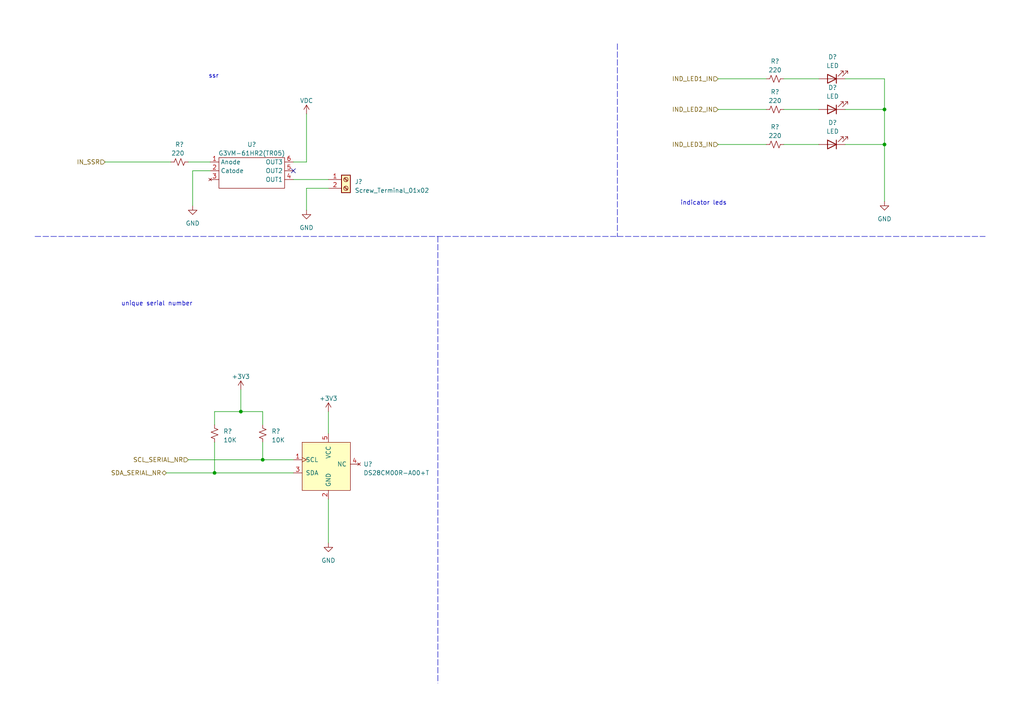
<source format=kicad_sch>
(kicad_sch (version 20210126) (generator eeschema)
  (paper "A4")
  (title_block (title "Asset tracker") (date "2021-04-22") (rev "V0") (company "eurocircutis"))
  (lib_symbols
    (symbol "Connector:Screw_Terminal_01x02" (pin_names (offset 1.016) hide)
      (property "Reference" "J" (at 0 2.54 0))
      (property "Value" "Screw_Terminal_01x02" (at 0 -5.08 0))
      (symbol "Screw_Terminal_01x02_1_1"
        (circle (center 0 -2.54) (radius 0.635) (stroke (width 0.1524)))
        (circle (center 0 0) (radius 0.635) (stroke (width 0.1524)))
        (rectangle (start -1.27 1.27) (end 1.27 -3.81) (stroke (width 0.254)) (fill (type background)))
        (polyline (pts (xy -0.5334 -2.2098) (xy 0.3302 -3.048)) (stroke (width 0.1524)))
        (polyline (pts (xy -0.5334 0.3302) (xy 0.3302 -0.508)) (stroke (width 0.1524)))
        (polyline (pts (xy -0.3556 -2.032) (xy 0.508 -2.8702)) (stroke (width 0.1524)))
        (polyline (pts (xy -0.3556 0.508) (xy 0.508 -0.3302)) (stroke (width 0.1524)))
        (pin passive line (at -5.08 0 0) (length 3.81) (name "Pin_1") (number "1"))
        (pin passive line (at -5.08 -2.54 0) (length 3.81) (name "Pin_2") (number "2"))
      )
    )
    (symbol "Device:LED" (pin_numbers hide) (pin_names (offset 1.016) hide)
      (property "Reference" "D" (at 0 2.54 0))
      (property "Value" "LED" (at 0 -2.54 0))
      (symbol "LED_0_1"
        (polyline (pts (xy -1.27 -1.27) (xy -1.27 1.27)) (stroke (width 0.254)))
        (polyline (pts (xy -1.27 0) (xy 1.27 0)))
        (polyline (pts (xy 1.27 -1.27) (xy 1.27 1.27) (xy -1.27 0) (xy 1.27 -1.27)) (stroke (width 0.254)))
        (polyline (pts (xy -3.048 -0.762) (xy -4.572 -2.286) (xy -3.81 -2.286) (xy -4.572 -2.286) (xy -4.572 -1.524)))
        (polyline (pts (xy -1.778 -0.762) (xy -3.302 -2.286) (xy -2.54 -2.286) (xy -3.302 -2.286) (xy -3.302 -1.524)))
      )
      (symbol "LED_1_1"
        (pin passive line (at -3.81 0 0) (length 2.54) (name "K") (number "1"))
        (pin passive line (at 3.81 0 180) (length 2.54) (name "A") (number "2"))
      )
    )
    (symbol "Device:R_Small_US" (pin_numbers hide) (pin_names (offset 0.254) hide)
      (property "Reference" "R" (at 0.762 0.508 0))
      (property "Value" "R_Small_US" (at 0.762 -1.016 0))
      (symbol "R_Small_US_1_1"
        (polyline (pts (xy 0 0) (xy 1.016 -0.381) (xy 0 -0.762) (xy -1.016 -1.143) (xy 0 -1.524)))
        (polyline (pts (xy 0 1.524) (xy 1.016 1.143) (xy 0 0.762) (xy -1.016 0.381) (xy 0 0)))
        (pin passive line (at 0 2.54 270) (length 1.016) (name "~") (number "1"))
        (pin passive line (at 0 -2.54 90) (length 1.016) (name "~") (number "2"))
      )
    )
    (symbol "Halfgelijders:DS28CM00R-A00+T" (pin_names (offset 1.016))
      (property "Reference" "U" (at 0 1.27 0))
      (property "Value" "DS28CM00R-A00+T" (at -17.78 6.35 0))
      (symbol "DS28CM00R-A00+T_0_1"
        (rectangle (start -7.62 7.62) (end 6.35 -6.35) (fill (type background)))
      )
      (symbol "DS28CM00R-A00+T_1_1"
        (pin input clock (at -10.16 2.54 0) (length 2.54) (name "SCL") (number "1"))
        (pin power_out line (at 0 -8.89 90) (length 2.54) (name "GND") (number "2"))
        (pin bidirectional line (at -10.16 -1.27 0) (length 2.54) (name "SDA") (number "3"))
        (pin no_connect line (at 8.89 1.27 180) (length 2.54) (name "NC") (number "4"))
        (pin power_in line (at 0 10.16 270) (length 2.54) (name "VCC") (number "5"))
      )
    )
    (symbol "Halfgelijders:G3VM-61HR2(TR05)"
      (property "Reference" "U" (at 1.27 -5.08 0))
      (property "Value" "G3VM-61HR2(TR05)" (at 8.89 -10.16 0))
      (symbol "G3VM-61HR2(TR05)_0_1"
        (rectangle (start 0 1.27) (end 19.05 -7.62) (stroke (width 0.1524)))
      )
      (symbol "G3VM-61HR2(TR05)_1_1"
        (pin input line (at -2.54 0 0) (length 2.54) (name "Anode") (number "1"))
        (pin output line (at -2.54 -2.54 0) (length 2.54) (name "Catode") (number "2"))
        (pin no_connect line (at -2.54 -5.08 0) (length 2.54) (name "") (number "3"))
        (pin output line (at 21.59 -5.08 180) (length 2.54) (name "OUT1") (number "4"))
        (pin output line (at 21.59 -2.54 180) (length 2.54) (name "OUT2") (number "5"))
        (pin output line (at 21.59 0 180) (length 2.54) (name "OUT3") (number "6"))
      )
    )
    (symbol "power:+3V3" (power) (pin_names (offset 0))
      (property "Value" "+3V3" (at 0 3.556 0))
      (symbol "+3V3_0_1"
        (polyline (pts (xy -0.762 1.27) (xy 0 2.54)))
        (polyline (pts (xy 0 0) (xy 0 2.54)))
        (polyline (pts (xy 0 2.54) (xy 0.762 1.27)))
      )
      (symbol "+3V3_1_1"
        (pin power_in line (at 0 0 90) (length 0) hide (name "+3V3") (number "1"))
      )
    )
    (symbol "power:GND" (power) (pin_names (offset 0))
      (property "Value" "GND" (at 0 -3.81 0))
      (symbol "GND_0_1"
        (polyline (pts (xy 0 0) (xy 0 -1.27) (xy 1.27 -1.27) (xy 0 -2.54) (xy -1.27 -1.27) (xy 0 -1.27)))
      )
      (symbol "GND_1_1"
        (pin power_in line (at 0 0 270) (length 0) hide (name "GND") (number "1"))
      )
    )
    (symbol "power:VDC" (power) (pin_names (offset 0))
      (property "Value" "VDC" (at 0 6.35 0))
      (symbol "VDC_0_1"
        (polyline (pts (xy -0.762 1.27) (xy 0 2.54)))
        (polyline (pts (xy 0 0) (xy 0 2.54)))
        (polyline (pts (xy 0 2.54) (xy 0.762 1.27)))
      )
      (symbol "VDC_1_1"
        (pin power_in line (at 0 0 90) (length 0) hide (name "VDC") (number "1"))
      )
    )
  )
  (junction (at 62.23 137.16) (diameter 0.9144))
  (junction (at 69.85 119.38) (diameter 0.9144))
  (junction (at 76.2 133.35) (diameter 0.9144))
  (junction (at 256.54 31.75) (diameter 0.9144))
  (junction (at 256.54 41.91) (diameter 0.9144))
  (no_connect (at 85.09 49.53))
  (wire (pts (xy 30.48 46.99) (xy 49.53 46.99)))
  (wire (pts (xy 48.26 137.16) (xy 62.23 137.16)))
  (wire (pts (xy 54.61 46.99) (xy 60.96 46.99)))
  (wire (pts (xy 54.61 133.35) (xy 76.2 133.35)))
  (wire (pts (xy 55.88 49.53) (xy 55.88 59.69)))
  (wire (pts (xy 55.88 49.53) (xy 60.96 49.53)))
  (wire (pts (xy 62.23 119.38) (xy 69.85 119.38)))
  (wire (pts (xy 62.23 123.19) (xy 62.23 119.38)))
  (wire (pts (xy 62.23 128.27) (xy 62.23 137.16)))
  (wire (pts (xy 62.23 137.16) (xy 85.09 137.16)))
  (wire (pts (xy 69.85 113.03) (xy 69.85 119.38)))
  (wire (pts (xy 69.85 119.38) (xy 76.2 119.38)))
  (wire (pts (xy 76.2 119.38) (xy 76.2 123.19)))
  (wire (pts (xy 76.2 128.27) (xy 76.2 133.35)))
  (wire (pts (xy 76.2 133.35) (xy 85.09 133.35)))
  (wire (pts (xy 85.09 46.99) (xy 88.9 46.99)))
  (wire (pts (xy 85.09 52.07) (xy 95.25 52.07)))
  (wire (pts (xy 88.9 33.02) (xy 88.9 46.99)))
  (wire (pts (xy 88.9 54.61) (xy 88.9 60.96)))
  (wire (pts (xy 95.25 54.61) (xy 88.9 54.61)))
  (wire (pts (xy 95.25 119.38) (xy 95.25 125.73)))
  (wire (pts (xy 95.25 144.78) (xy 95.25 157.48)))
  (wire (pts (xy 208.28 22.86) (xy 222.25 22.86)))
  (wire (pts (xy 208.28 31.75) (xy 222.25 31.75)))
  (wire (pts (xy 208.28 41.91) (xy 222.25 41.91)))
  (wire (pts (xy 227.33 22.86) (xy 237.49 22.86)))
  (wire (pts (xy 227.33 31.75) (xy 237.49 31.75)))
  (wire (pts (xy 227.33 41.91) (xy 237.49 41.91)))
  (wire (pts (xy 245.11 22.86) (xy 256.54 22.86)))
  (wire (pts (xy 245.11 41.91) (xy 256.54 41.91)))
  (wire (pts (xy 256.54 22.86) (xy 256.54 31.75)))
  (wire (pts (xy 256.54 31.75) (xy 245.11 31.75)))
  (wire (pts (xy 256.54 31.75) (xy 256.54 41.91)))
  (wire (pts (xy 256.54 41.91) (xy 256.54 58.42)))
  (polyline (pts (xy 10.16 68.58) (xy 179.07 68.58)) (stroke (width 0) (type dash)))
  (polyline (pts (xy 127 68.58) (xy 127 83.82)) (stroke (width 0) (type dash)))
  (polyline (pts (xy 127 83.82) (xy 127 198.12)) (stroke (width 0) (type dash)))
  (polyline (pts (xy 179.07 12.7) (xy 179.07 68.58)) (stroke (width 0) (type dash)))
  (polyline (pts (xy 179.07 68.58) (xy 285.75 68.58)) (stroke (width 0) (type dash)))
  (text "unique serial number\n" (at 55.88 88.9 180) (effects (font (size 1.27 1.27)) (justify right bottom)))
  (text "ssr\n" (at 63.5 22.86 180) (effects (font (size 1.27 1.27)) (justify right bottom)))
  (text "indicator leds\n" (at 210.82 59.69 180) (effects (font (size 1.27 1.27)) (justify right bottom)))
  (hierarchical_label "IN_SSR" (shape input) (at 30.48 46.99 180))
  (hierarchical_label "SDA_SERIAL_NR" (shape bidirectional) (at 48.26 137.16 180))
  (hierarchical_label "SCL_SERIAL_NR" (shape input) (at 54.61 133.35 180))
  (hierarchical_label "IND_LED1_IN" (shape input) (at 208.28 22.86 180))
  (hierarchical_label "IND_LED2_IN" (shape input) (at 208.28 31.75 180))
  (hierarchical_label "IND_LED3_IN" (shape input) (at 208.28 41.91 180))
  (symbol (lib_id "power:+3V3") (at 69.85 113.03 0) (unit 1)
    (property "Reference" "#PWR?" (effects hide))
    (property "Value" "+3V3" (at 69.85 109.22 0))
  )
  (symbol (lib_id "power:VDC") (at 88.9 33.02 0) (unit 1)
    (property "Reference" "#PWR?" (effects hide))
    (property "Value" "VDC" (at 88.9 29.21 0))
  )
  (symbol (lib_id "power:+3V3") (at 95.25 119.38 0) (unit 1)
    (property "Reference" "#PWR?" (effects hide))
    (property "Value" "+3V3" (at 95.25 115.57 0))
  )
  (symbol (lib_id "power:GND") (at 55.88 59.69 0) (unit 1)
    (property "Reference" "#PWR?" (effects hide))
    (property "Value" "GND" (at 55.88 64.77 0))
  )
  (symbol (lib_id "power:GND") (at 88.9 60.96 0) (unit 1)
    (property "Reference" "#PWR?" (effects hide))
    (property "Value" "GND" (at 88.9 66.04 0))
  )
  (symbol (lib_id "power:GND") (at 95.25 157.48 0) (unit 1)
    (property "Reference" "#PWR?" (effects hide))
    (property "Value" "GND" (at 95.25 162.56 0))
  )
  (symbol (lib_id "power:GND") (at 256.54 58.42 0) (unit 1)
    (property "Reference" "#PWR?" (effects hide))
    (property "Value" "GND" (at 256.54 63.5 0))
  )
  (symbol (lib_id "Device:R_Small_US") (at 52.07 46.99 90) (unit 1)
    (property "Reference" "R?" (at 52.07 41.91 90))
    (property "Value" "220 " (at 52.07 44.45 90))
  )
  (symbol (lib_id "Device:R_Small_US") (at 62.23 125.73 0) (unit 1)
    (property "Reference" "R?" (at 64.77 125.0949 0) (effects (justify left)))
    (property "Value" "10K" (at 64.77 127.6349 0) (effects (justify left)))
  )
  (symbol (lib_id "Device:R_Small_US") (at 76.2 125.73 0) (unit 1)
    (property "Reference" "R?" (at 78.74 125.0949 0) (effects (justify left)))
    (property "Value" "10K" (at 78.74 127.6349 0) (effects (justify left)))
  )
  (symbol (lib_id "Device:R_Small_US") (at 224.79 22.86 90) (unit 1)
    (property "Reference" "R?" (at 224.79 17.78 90))
    (property "Value" "220" (at 224.79 20.32 90))
  )
  (symbol (lib_id "Device:R_Small_US") (at 224.79 31.75 90) (unit 1)
    (property "Reference" "R?" (at 224.79 26.67 90))
    (property "Value" "220" (at 224.79 29.21 90))
  )
  (symbol (lib_id "Device:R_Small_US") (at 224.79 41.91 90) (unit 1)
    (property "Reference" "R?" (at 224.79 36.83 90))
    (property "Value" "220" (at 224.79 39.37 90))
  )
  (symbol (lib_id "Device:LED") (at 241.3 22.86 180) (unit 1)
    (property "Reference" "D?" (at 241.4905 16.51 0))
    (property "Value" "LED" (at 241.4905 19.05 0))
  )
  (symbol (lib_id "Device:LED") (at 241.3 31.75 180) (unit 1)
    (property "Reference" "D?" (at 241.4905 25.4 0))
    (property "Value" "LED" (at 241.4905 27.94 0))
  )
  (symbol (lib_id "Device:LED") (at 241.3 41.91 180) (unit 1)
    (property "Reference" "D?" (at 241.4905 35.56 0))
    (property "Value" "LED" (at 241.4905 38.1 0))
  )
  (symbol (lib_id "Connector:Screw_Terminal_01x02") (at 100.33 52.07 0) (unit 1)
    (property "Reference" "J?" (at 102.87 52.7049 0) (effects (justify left)))
    (property "Value" "Screw_Terminal_01x02" (at 102.87 55.2449 0) (effects (justify left)))
  )
  (symbol (lib_id "Halfgelijders:G3VM-61HR2(TR05)") (at 63.5 46.99 0) (unit 1)
    (property "Reference" "U?" (at 73.025 41.91 0))
    (property "Value" "G3VM-61HR2(TR05)" (at 73.025 44.45 0))
  )
  (symbol (lib_id "Halfgelijders:DS28CM00R-A00+T") (at 95.25 135.89 0) (unit 1)
    (property "Reference" "U?" (at 105.41 134.6199 0) (effects (justify left)))
    (property "Value" "DS28CM00R-A00+T" (at 105.41 137.1599 0) (effects (justify left)))
  )
)
</source>
